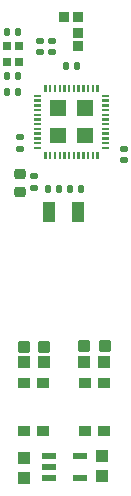
<source format=gbr>
G04 #@! TF.GenerationSoftware,KiCad,Pcbnew,(7.0.0)*
G04 #@! TF.CreationDate,2023-04-22T14:52:30+07:00*
G04 #@! TF.ProjectId,sparkfun-nrf52832-breakout,73706172-6b66-4756-9e2d-6e7266353238,rev?*
G04 #@! TF.SameCoordinates,Original*
G04 #@! TF.FileFunction,Paste,Top*
G04 #@! TF.FilePolarity,Positive*
%FSLAX46Y46*%
G04 Gerber Fmt 4.6, Leading zero omitted, Abs format (unit mm)*
G04 Created by KiCad (PCBNEW (7.0.0)) date 2023-04-22 14:52:30*
%MOMM*%
%LPD*%
G01*
G04 APERTURE LIST*
G04 Aperture macros list*
%AMRoundRect*
0 Rectangle with rounded corners*
0 $1 Rounding radius*
0 $2 $3 $4 $5 $6 $7 $8 $9 X,Y pos of 4 corners*
0 Add a 4 corners polygon primitive as box body*
4,1,4,$2,$3,$4,$5,$6,$7,$8,$9,$2,$3,0*
0 Add four circle primitives for the rounded corners*
1,1,$1+$1,$2,$3*
1,1,$1+$1,$4,$5*
1,1,$1+$1,$6,$7*
1,1,$1+$1,$8,$9*
0 Add four rect primitives between the rounded corners*
20,1,$1+$1,$2,$3,$4,$5,0*
20,1,$1+$1,$4,$5,$6,$7,0*
20,1,$1+$1,$6,$7,$8,$9,0*
20,1,$1+$1,$8,$9,$2,$3,0*%
G04 Aperture macros list end*
%ADD10RoundRect,0.140000X0.140000X0.170000X-0.140000X0.170000X-0.140000X-0.170000X0.140000X-0.170000X0*%
%ADD11RoundRect,0.140000X-0.140000X-0.170000X0.140000X-0.170000X0.140000X0.170000X-0.140000X0.170000X0*%
%ADD12RoundRect,0.140000X-0.170000X0.140000X-0.170000X-0.140000X0.170000X-0.140000X0.170000X0.140000X0*%
%ADD13RoundRect,0.225000X-0.250000X0.225000X-0.250000X-0.225000X0.250000X-0.225000X0.250000X0.225000X0*%
%ADD14RoundRect,0.140000X0.170000X-0.140000X0.170000X0.140000X-0.170000X0.140000X-0.170000X-0.140000X0*%
%ADD15R,1.100000X1.000000*%
%ADD16R,1.000000X1.100000*%
%ADD17R,0.900000X0.850000*%
%ADD18RoundRect,0.150000X-0.350000X0.350000X-0.350000X-0.350000X0.350000X-0.350000X0.350000X0.350000X0*%
%ADD19R,1.000000X0.900000*%
%ADD20R,1.200000X0.550000*%
%ADD21R,0.850000X0.900000*%
%ADD22R,1.000000X1.800000*%
%ADD23R,0.700000X0.750000*%
G04 APERTURE END LIST*
G04 #@! TO.C,U2*
G36*
X147040625Y-98632500D02*
G01*
X146839375Y-98632500D01*
X146839375Y-98037500D01*
X147040625Y-98037500D01*
X147040625Y-98632500D01*
G37*
G36*
X147440625Y-98632500D02*
G01*
X147239375Y-98632500D01*
X147239375Y-98037500D01*
X147440625Y-98037500D01*
X147440625Y-98632500D01*
G37*
G36*
X147840625Y-98632500D02*
G01*
X147639375Y-98632500D01*
X147639375Y-98037500D01*
X147840625Y-98037500D01*
X147840625Y-98632500D01*
G37*
G36*
X148240625Y-98632500D02*
G01*
X148039375Y-98632500D01*
X148039375Y-98037500D01*
X148240625Y-98037500D01*
X148240625Y-98632500D01*
G37*
G36*
X148640625Y-98632500D02*
G01*
X148439375Y-98632500D01*
X148439375Y-98037500D01*
X148640625Y-98037500D01*
X148640625Y-98632500D01*
G37*
G36*
X149040625Y-98632500D02*
G01*
X148839375Y-98632500D01*
X148839375Y-98037500D01*
X149040625Y-98037500D01*
X149040625Y-98632500D01*
G37*
G36*
X149440625Y-98632500D02*
G01*
X149239375Y-98632500D01*
X149239375Y-98037500D01*
X149440625Y-98037500D01*
X149440625Y-98632500D01*
G37*
G36*
X149840625Y-98632500D02*
G01*
X149639375Y-98632500D01*
X149639375Y-98037500D01*
X149840625Y-98037500D01*
X149840625Y-98632500D01*
G37*
G36*
X150240625Y-98632500D02*
G01*
X150039375Y-98632500D01*
X150039375Y-98037500D01*
X150240625Y-98037500D01*
X150240625Y-98632500D01*
G37*
G36*
X150640625Y-98632500D02*
G01*
X150439375Y-98632500D01*
X150439375Y-98037500D01*
X150640625Y-98037500D01*
X150640625Y-98632500D01*
G37*
G36*
X151040625Y-98632500D02*
G01*
X150839375Y-98632500D01*
X150839375Y-98037500D01*
X151040625Y-98037500D01*
X151040625Y-98632500D01*
G37*
G36*
X151440625Y-98632500D02*
G01*
X151239375Y-98632500D01*
X151239375Y-98037500D01*
X151440625Y-98037500D01*
X151440625Y-98632500D01*
G37*
G36*
X146577500Y-97775625D02*
G01*
X145982500Y-97775625D01*
X145982500Y-97574375D01*
X146577500Y-97574375D01*
X146577500Y-97775625D01*
G37*
G36*
X152297500Y-97775625D02*
G01*
X151702500Y-97775625D01*
X151702500Y-97574375D01*
X152297500Y-97574375D01*
X152297500Y-97775625D01*
G37*
G36*
X146577500Y-97375625D02*
G01*
X145982500Y-97375625D01*
X145982500Y-97174375D01*
X146577500Y-97174375D01*
X146577500Y-97375625D01*
G37*
G36*
X152297500Y-97375625D02*
G01*
X151702500Y-97375625D01*
X151702500Y-97174375D01*
X152297500Y-97174375D01*
X152297500Y-97375625D01*
G37*
G36*
X146577500Y-96975625D02*
G01*
X145982500Y-96975625D01*
X145982500Y-96774375D01*
X146577500Y-96774375D01*
X146577500Y-96975625D01*
G37*
G36*
X152297500Y-96975625D02*
G01*
X151702500Y-96975625D01*
X151702500Y-96774375D01*
X152297500Y-96774375D01*
X152297500Y-96975625D01*
G37*
G36*
X146577500Y-96575625D02*
G01*
X145982500Y-96575625D01*
X145982500Y-96374375D01*
X146577500Y-96374375D01*
X146577500Y-96575625D01*
G37*
G36*
X152297500Y-96575625D02*
G01*
X151702500Y-96575625D01*
X151702500Y-96374375D01*
X152297500Y-96374375D01*
X152297500Y-96575625D01*
G37*
G36*
X146577500Y-96175625D02*
G01*
X145982500Y-96175625D01*
X145982500Y-95974375D01*
X146577500Y-95974375D01*
X146577500Y-96175625D01*
G37*
G36*
X152297500Y-96175625D02*
G01*
X151702500Y-96175625D01*
X151702500Y-95974375D01*
X152297500Y-95974375D01*
X152297500Y-96175625D01*
G37*
G36*
X148650600Y-97285600D02*
G01*
X147329400Y-97285600D01*
X147329400Y-95964400D01*
X148650600Y-95964400D01*
X148650600Y-97285600D01*
G37*
G36*
X150950600Y-97285600D02*
G01*
X149629400Y-97285600D01*
X149629400Y-95964400D01*
X150950600Y-95964400D01*
X150950600Y-97285600D01*
G37*
G36*
X146577500Y-95775625D02*
G01*
X145982500Y-95775625D01*
X145982500Y-95574375D01*
X146577500Y-95574375D01*
X146577500Y-95775625D01*
G37*
G36*
X152297500Y-95775625D02*
G01*
X151702500Y-95775625D01*
X151702500Y-95574375D01*
X152297500Y-95574375D01*
X152297500Y-95775625D01*
G37*
G36*
X146577500Y-95375625D02*
G01*
X145982500Y-95375625D01*
X145982500Y-95174375D01*
X146577500Y-95174375D01*
X146577500Y-95375625D01*
G37*
G36*
X152297500Y-95375625D02*
G01*
X151702500Y-95375625D01*
X151702500Y-95174375D01*
X152297500Y-95174375D01*
X152297500Y-95375625D01*
G37*
G36*
X148650600Y-94985600D02*
G01*
X147329400Y-94985600D01*
X147329400Y-93664400D01*
X148650600Y-93664400D01*
X148650600Y-94985600D01*
G37*
G36*
X150950600Y-94985600D02*
G01*
X149629400Y-94985600D01*
X149629400Y-93664400D01*
X150950600Y-93664400D01*
X150950600Y-94985600D01*
G37*
G36*
X146577500Y-94975625D02*
G01*
X145982500Y-94975625D01*
X145982500Y-94774375D01*
X146577500Y-94774375D01*
X146577500Y-94975625D01*
G37*
G36*
X152297500Y-94975625D02*
G01*
X151702500Y-94975625D01*
X151702500Y-94774375D01*
X152297500Y-94774375D01*
X152297500Y-94975625D01*
G37*
G36*
X146577500Y-94575625D02*
G01*
X145982500Y-94575625D01*
X145982500Y-94374375D01*
X146577500Y-94374375D01*
X146577500Y-94575625D01*
G37*
G36*
X152297500Y-94575625D02*
G01*
X151702500Y-94575625D01*
X151702500Y-94374375D01*
X152297500Y-94374375D01*
X152297500Y-94575625D01*
G37*
G36*
X146577500Y-94175625D02*
G01*
X145982500Y-94175625D01*
X145982500Y-93974375D01*
X146577500Y-93974375D01*
X146577500Y-94175625D01*
G37*
G36*
X152297500Y-94175625D02*
G01*
X151702500Y-94175625D01*
X151702500Y-93974375D01*
X152297500Y-93974375D01*
X152297500Y-94175625D01*
G37*
G36*
X146577500Y-93775625D02*
G01*
X145982500Y-93775625D01*
X145982500Y-93574375D01*
X146577500Y-93574375D01*
X146577500Y-93775625D01*
G37*
G36*
X152297500Y-93775625D02*
G01*
X151702500Y-93775625D01*
X151702500Y-93574375D01*
X152297500Y-93574375D01*
X152297500Y-93775625D01*
G37*
G36*
X146577500Y-93375625D02*
G01*
X145982500Y-93375625D01*
X145982500Y-93174375D01*
X146577500Y-93174375D01*
X146577500Y-93375625D01*
G37*
G36*
X152297500Y-93375625D02*
G01*
X151702500Y-93375625D01*
X151702500Y-93174375D01*
X152297500Y-93174375D01*
X152297500Y-93375625D01*
G37*
G36*
X147040625Y-92912500D02*
G01*
X146839375Y-92912500D01*
X146839375Y-92317500D01*
X147040625Y-92317500D01*
X147040625Y-92912500D01*
G37*
G36*
X147440625Y-92912500D02*
G01*
X147239375Y-92912500D01*
X147239375Y-92317500D01*
X147440625Y-92317500D01*
X147440625Y-92912500D01*
G37*
G36*
X147840625Y-92912500D02*
G01*
X147639375Y-92912500D01*
X147639375Y-92317500D01*
X147840625Y-92317500D01*
X147840625Y-92912500D01*
G37*
G36*
X148240625Y-92912500D02*
G01*
X148039375Y-92912500D01*
X148039375Y-92317500D01*
X148240625Y-92317500D01*
X148240625Y-92912500D01*
G37*
G36*
X148640625Y-92912500D02*
G01*
X148439375Y-92912500D01*
X148439375Y-92317500D01*
X148640625Y-92317500D01*
X148640625Y-92912500D01*
G37*
G36*
X149040625Y-92912500D02*
G01*
X148839375Y-92912500D01*
X148839375Y-92317500D01*
X149040625Y-92317500D01*
X149040625Y-92912500D01*
G37*
G36*
X149440625Y-92912500D02*
G01*
X149239375Y-92912500D01*
X149239375Y-92317500D01*
X149440625Y-92317500D01*
X149440625Y-92912500D01*
G37*
G36*
X149840625Y-92912500D02*
G01*
X149639375Y-92912500D01*
X149639375Y-92317500D01*
X149840625Y-92317500D01*
X149840625Y-92912500D01*
G37*
G36*
X150240625Y-92912500D02*
G01*
X150039375Y-92912500D01*
X150039375Y-92317500D01*
X150240625Y-92317500D01*
X150240625Y-92912500D01*
G37*
G36*
X150640625Y-92912500D02*
G01*
X150439375Y-92912500D01*
X150439375Y-92317500D01*
X150640625Y-92317500D01*
X150640625Y-92912500D01*
G37*
G36*
X151040625Y-92912500D02*
G01*
X150839375Y-92912500D01*
X150839375Y-92317500D01*
X151040625Y-92317500D01*
X151040625Y-92912500D01*
G37*
G36*
X151440625Y-92912500D02*
G01*
X151239375Y-92912500D01*
X151239375Y-92317500D01*
X151440625Y-92317500D01*
X151440625Y-92912500D01*
G37*
G04 #@! TD*
D10*
G04 #@! TO.C,C16*
X144630000Y-92950000D03*
X143670000Y-92950000D03*
G04 #@! TD*
D11*
G04 #@! TO.C,C14*
X149020000Y-101175000D03*
X149980000Y-101175000D03*
G04 #@! TD*
D10*
G04 #@! TO.C,C13*
X148105000Y-101175000D03*
X147145000Y-101175000D03*
G04 #@! TD*
D11*
G04 #@! TO.C,C11*
X148670000Y-90720000D03*
X149630000Y-90720000D03*
G04 #@! TD*
D12*
G04 #@! TO.C,C15*
X153600000Y-97770000D03*
X153600000Y-98730000D03*
G04 #@! TD*
G04 #@! TO.C,C6*
X144750000Y-96795000D03*
X144750000Y-97755000D03*
G04 #@! TD*
D13*
G04 #@! TO.C,C17*
X144750000Y-99900000D03*
X144750000Y-101450000D03*
G04 #@! TD*
D14*
G04 #@! TO.C,C3*
X145975000Y-101055000D03*
X145975000Y-100095000D03*
G04 #@! TD*
D10*
G04 #@! TO.C,C9*
X144630000Y-87875000D03*
X143670000Y-87875000D03*
G04 #@! TD*
D12*
G04 #@! TO.C,C5*
X146450000Y-88620000D03*
X146450000Y-89580000D03*
G04 #@! TD*
G04 #@! TO.C,C4*
X147500000Y-88620000D03*
X147500000Y-89580000D03*
G04 #@! TD*
D10*
G04 #@! TO.C,C10*
X144630000Y-91550000D03*
X143670000Y-91550000D03*
G04 #@! TD*
D15*
G04 #@! TO.C,R2*
X145099999Y-115799999D03*
X146799999Y-115799999D03*
G04 #@! TD*
D16*
G04 #@! TO.C,C2*
X151699999Y-123799999D03*
X151699999Y-125499999D03*
G04 #@! TD*
D17*
G04 #@! TO.C,L1*
X149674999Y-87919999D03*
X149674999Y-89079999D03*
G04 #@! TD*
D18*
G04 #@! TO.C,D1*
X145093000Y-114520000D03*
X146847000Y-114520000D03*
G04 #@! TD*
D19*
G04 #@! TO.C,SW1*
X146749999Y-121674999D03*
X146749999Y-117574999D03*
X145149999Y-117574999D03*
X145149999Y-121674999D03*
G04 #@! TD*
D18*
G04 #@! TO.C,D2*
X150198000Y-114425000D03*
X151952000Y-114425000D03*
G04 #@! TD*
D20*
G04 #@! TO.C,U1*
X147224899Y-123724999D03*
X147224899Y-124674999D03*
X147224899Y-125624999D03*
X149825099Y-125624999D03*
X149825099Y-123724999D03*
G04 #@! TD*
D19*
G04 #@! TO.C,SW2*
X151849999Y-121674999D03*
X151849999Y-117574999D03*
X150249999Y-117574999D03*
X150249999Y-121674999D03*
G04 #@! TD*
D15*
G04 #@! TO.C,R1*
X150224999Y-115799999D03*
X151924999Y-115799999D03*
G04 #@! TD*
D16*
G04 #@! TO.C,C1*
X145149999Y-123899999D03*
X145149999Y-125599999D03*
G04 #@! TD*
D21*
G04 #@! TO.C,C12*
X149654999Y-86574999D03*
X148494999Y-86574999D03*
G04 #@! TD*
D22*
G04 #@! TO.C,Y2*
X149724999Y-103099999D03*
X147224999Y-103099999D03*
G04 #@! TD*
D23*
G04 #@! TO.C,Y1*
X144699999Y-90424999D03*
X144699999Y-89074999D03*
X143699999Y-89074999D03*
X143699999Y-90424999D03*
G04 #@! TD*
M02*

</source>
